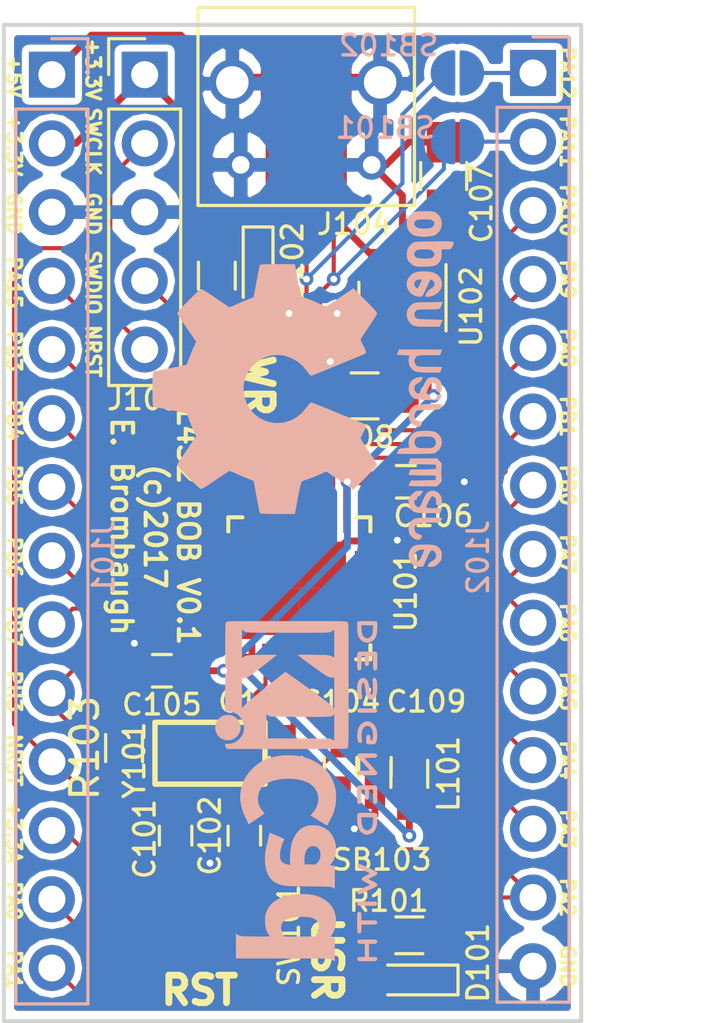
<source format=kicad_pcb>
(kicad_pcb (version 4) (host pcbnew 4.0.6)
  (layers (0 F.Cu signal) (31 B.Cu signal hide) (34 B.Paste user hide) (35 F.Paste user) (36 B.SilkS user) (37 F.SilkS user) (38 B.Mask user hide) (39 F.Mask user) (44 Edge.Cuts user))
  (net 0 "")
  (net 1 "Net-(C101-Pad1)")
  (net 2 GND)
  (net 3 "Net-(C102-Pad1)")
  (net 4 /NRST)
  (net 5 +3.3VA)
  (net 6 +3V3)
  (net 7 +5V)
  (net 8 /PA15)
  (net 9 /PB3)
  (net 10 /PB4)
  (net 11 /PB5)
  (net 12 /PB6)
  (net 13 /PB7)
  (net 14 /PH3)
  (net 15 /PA0)
  (net 16 /PA1)
  (net 17 /PA12)
  (net 18 /PA11)
  (net 19 /PA10)
  (net 20 /PA9)
  (net 21 /PA8)
  (net 22 /PB1)
  (net 23 /PB0)
  (net 24 /PA7)
  (net 25 /PA6)
  (net 26 /PA5)
  (net 27 /PA4)
  (net 28 /PA3)
  (net 29 /PA2)
  (net 30 /SWCLK)
  (net 31 /SWDIO)
  (net 32 "Net-(J104-Pad2)")
  (net 33 "Net-(J104-Pad3)")
  (net 34 "Net-(J104-Pad4)")
  (net 35 "Net-(U102-Pad4)")
  (net 36 "Net-(R101-Pad1)")
  (net 37 "Net-(D101-Pad2)")
  (net 38 "Net-(D102-Pad2)")
  (module Capacitors_SMD:C_0603_HandSoldering (layer F.Cu) (at 128.27 104.902 270)
    (fp_text reference C101 (at 0.127 1.143 270) (layer F.SilkS) (effects (font (size 0.762 0.762) (thickness 0.127))))
    (fp_text value 4pf)
    (pad 1 smd rect (at -0.95 0 270) (size 1.2 0.75) (layers F.Cu F.Paste F.Mask) (net 1 "Net-(C101-Pad1)"))
    (pad 2 smd rect (at 0.95 0 270) (size 1.2 0.75) (layers F.Cu F.Paste F.Mask) (net 2 GND))
  )
  (module Capacitors_SMD:C_0603_HandSoldering (layer F.Cu) (at 130.81 104.902 270)
    (fp_text reference C102 (at 0 1.27 270) (layer F.SilkS) (effects (font (size 0.762 0.762) (thickness 0.127))))
    (fp_text value 4pf)
    (pad 1 smd rect (at -0.95 0 270) (size 1.2 0.75) (layers F.Cu F.Paste F.Mask) (net 3 "Net-(C102-Pad1)"))
    (pad 2 smd rect (at 0.95 0 270) (size 1.2 0.75) (layers F.Cu F.Paste F.Mask) (net 2 GND))
  )
  (module Capacitors_SMD:C_0603_HandSoldering (layer F.Cu) (at 132.334 102.362 270)
    (fp_text reference C103 (at -2.413 1.016 360) (layer F.SilkS) (effects (font (size 0.762 0.762) (thickness 0.127))))
    (fp_text value 0.1uf)
    (pad 1 smd rect (at -0.95 0 270) (size 1.2 0.75) (layers F.Cu F.Paste F.Mask) (net 4 /NRST))
    (pad 2 smd rect (at 0.95 0 270) (size 1.2 0.75) (layers F.Cu F.Paste F.Mask) (net 2 GND))
  )
  (module Capacitors_SMD:C_0603_HandSoldering (layer F.Cu) (at 134.366 102.362 270)
    (fp_text reference C104 (at -2.413 0 360) (layer F.SilkS) (effects (font (size 0.762 0.762) (thickness 0.127))))
    (fp_text value 0.1uf)
    (pad 1 smd rect (at -0.95 0 270) (size 1.2 0.75) (layers F.Cu F.Paste F.Mask) (net 5 +3.3VA))
    (pad 2 smd rect (at 0.95 0 270) (size 1.2 0.75) (layers F.Cu F.Paste F.Mask) (net 2 GND))
  )
  (module Capacitors_SMD:C_0603_HandSoldering (layer F.Cu) (at 127.762 98.806 180)
    (fp_text reference C105 (at 0 -1.25 180) (layer F.SilkS) (effects (font (size 0.762 0.762) (thickness 0.127))))
    (fp_text value 0.1uf)
    (pad 1 smd rect (at -0.95 0 180) (size 1.2 0.75) (layers F.Cu F.Paste F.Mask) (net 6 +3V3))
    (pad 2 smd rect (at 0.95 0 180) (size 1.2 0.75) (layers F.Cu F.Paste F.Mask) (net 2 GND))
  )
  (module Capacitors_SMD:C_0603_HandSoldering (layer F.Cu) (at 136.779 91.821)
    (fp_text reference C106 (at 1.016 1.27) (layer F.SilkS) (effects (font (size 0.762 0.762) (thickness 0.127))))
    (fp_text value 0.1uf)
    (pad 1 smd rect (at -0.95 0) (size 1.2 0.75) (layers F.Cu F.Paste F.Mask) (net 6 +3V3))
    (pad 2 smd rect (at 0.95 0) (size 1.2 0.75) (layers F.Cu F.Paste F.Mask) (net 2 GND))
  )
  (module Capacitors_SMD:C_0805_HandSoldering (layer F.Cu) (at 138.176 80.518 90)
    (fp_text reference C107 (at -1.016 1.397 90) (layer F.SilkS) (effects (font (size 0.762 0.762) (thickness 0.127))))
    (fp_text value 10uf)
    (pad 1 smd rect (at -1.25 0 90) (size 1.5 1.25) (layers F.Cu F.Paste F.Mask) (net 7 +5V))
    (pad 2 smd rect (at 1.25 0 90) (size 1.5 1.25) (layers F.Cu F.Paste F.Mask) (net 2 GND))
  )
  (module Capacitors_SMD:C_0805_HandSoldering (layer F.Cu) (at 135.255 88.646 180)
    (fp_text reference C108 (at 0.381 -1.524 180) (layer F.SilkS) (effects (font (size 0.762 0.762) (thickness 0.127))))
    (fp_text value 10uf)
    (pad 1 smd rect (at -1.25 0 180) (size 1.5 1.25) (layers F.Cu F.Paste F.Mask) (net 6 +3V3))
    (pad 2 smd rect (at 1.25 0 180) (size 1.5 1.25) (layers F.Cu F.Paste F.Mask) (net 2 GND))
  )
  (module Capacitors_SMD:C_0603_HandSoldering (layer F.Cu) (at 135.636 102.362 270)
    (fp_text reference C109 (at -2.413 -1.905 360) (layer F.SilkS) (effects (font (size 0.762 0.762) (thickness 0.127))))
    (fp_text value 0.1uf)
    (pad 1 smd rect (at -0.95 0 270) (size 1.2 0.75) (layers F.Cu F.Paste F.Mask) (net 5 +3.3VA))
    (pad 2 smd rect (at 0.95 0 270) (size 1.2 0.75) (layers F.Cu F.Paste F.Mask) (net 2 GND))
  )
  (module Pin_Headers:Pin_Header_Straight_1x14_Pitch2.54mm (layer B.Cu) (at 123.698 76.7715 180)
    (fp_text reference J101 (at -1.905 -17.8435 450) (layer B.SilkS) (effects (font (size 0.762 0.762) (thickness 0.127)) (justify mirror)))
    (fp_text value CONN_01X14)
    (pad 1 thru_hole rect (at 0 0 180) (size 1.7 1.7) (drill 1) (layers *.Cu *.Mask) (net 7 +5V))
    (pad 2 thru_hole oval (at 0 -2.54 180) (size 1.7 1.7) (drill 1) (layers *.Cu *.Mask) (net 6 +3V3))
    (pad 3 thru_hole oval (at 0 -5.08 180) (size 1.7 1.7) (drill 1) (layers *.Cu *.Mask) (net 2 GND))
    (pad 4 thru_hole oval (at 0 -7.62 180) (size 1.7 1.7) (drill 1) (layers *.Cu *.Mask) (net 8 /PA15))
    (pad 5 thru_hole oval (at 0 -10.16 180) (size 1.7 1.7) (drill 1) (layers *.Cu *.Mask) (net 9 /PB3))
    (pad 6 thru_hole oval (at 0 -12.7 180) (size 1.7 1.7) (drill 1) (layers *.Cu *.Mask) (net 10 /PB4))
    (pad 7 thru_hole oval (at 0 -15.24 180) (size 1.7 1.7) (drill 1) (layers *.Cu *.Mask) (net 11 /PB5))
    (pad 8 thru_hole oval (at 0 -17.78 180) (size 1.7 1.7) (drill 1) (layers *.Cu *.Mask) (net 12 /PB6))
    (pad 9 thru_hole oval (at 0 -20.32 180) (size 1.7 1.7) (drill 1) (layers *.Cu *.Mask) (net 13 /PB7))
    (pad 10 thru_hole oval (at 0 -22.86 180) (size 1.7 1.7) (drill 1) (layers *.Cu *.Mask) (net 14 /PH3))
    (pad 11 thru_hole oval (at 0 -25.4 180) (size 1.7 1.7) (drill 1) (layers *.Cu *.Mask) (net 4 /NRST))
    (pad 12 thru_hole oval (at 0 -27.94 180) (size 1.7 1.7) (drill 1) (layers *.Cu *.Mask) (net 5 +3.3VA))
    (pad 13 thru_hole oval (at 0 -30.48 180) (size 1.7 1.7) (drill 1) (layers *.Cu *.Mask) (net 15 /PA0))
    (pad 14 thru_hole oval (at 0 -33.02 180) (size 1.7 1.7) (drill 1) (layers *.Cu *.Mask) (net 16 /PA1))
  )
  (module Pin_Headers:Pin_Header_Straight_1x14_Pitch2.54mm (layer B.Cu) (at 141.478 76.708 180)
    (fp_text reference J102 (at 2.032 -17.907 450) (layer B.SilkS) (effects (font (size 0.762 0.762) (thickness 0.127)) (justify mirror)))
    (fp_text value CONN_01X14)
    (pad 1 thru_hole rect (at 0 0 180) (size 1.7 1.7) (drill 1) (layers *.Cu *.Mask) (net 17 /PA12))
    (pad 2 thru_hole oval (at 0 -2.54 180) (size 1.7 1.7) (drill 1) (layers *.Cu *.Mask) (net 18 /PA11))
    (pad 3 thru_hole oval (at 0 -5.08 180) (size 1.7 1.7) (drill 1) (layers *.Cu *.Mask) (net 19 /PA10))
    (pad 4 thru_hole oval (at 0 -7.62 180) (size 1.7 1.7) (drill 1) (layers *.Cu *.Mask) (net 20 /PA9))
    (pad 5 thru_hole oval (at 0 -10.16 180) (size 1.7 1.7) (drill 1) (layers *.Cu *.Mask) (net 21 /PA8))
    (pad 6 thru_hole oval (at 0 -12.7 180) (size 1.7 1.7) (drill 1) (layers *.Cu *.Mask) (net 22 /PB1))
    (pad 7 thru_hole oval (at 0 -15.24 180) (size 1.7 1.7) (drill 1) (layers *.Cu *.Mask) (net 23 /PB0))
    (pad 8 thru_hole oval (at 0 -17.78 180) (size 1.7 1.7) (drill 1) (layers *.Cu *.Mask) (net 24 /PA7))
    (pad 9 thru_hole oval (at 0 -20.32 180) (size 1.7 1.7) (drill 1) (layers *.Cu *.Mask) (net 25 /PA6))
    (pad 10 thru_hole oval (at 0 -22.86 180) (size 1.7 1.7) (drill 1) (layers *.Cu *.Mask) (net 26 /PA5))
    (pad 11 thru_hole oval (at 0 -25.4 180) (size 1.7 1.7) (drill 1) (layers *.Cu *.Mask) (net 27 /PA4))
    (pad 12 thru_hole oval (at 0 -27.94 180) (size 1.7 1.7) (drill 1) (layers *.Cu *.Mask) (net 28 /PA3))
    (pad 13 thru_hole oval (at 0 -30.48 180) (size 1.7 1.7) (drill 1) (layers *.Cu *.Mask) (net 29 /PA2))
    (pad 14 thru_hole oval (at 0 -33.02 180) (size 1.7 1.7) (drill 1) (layers *.Cu *.Mask) (net 2 GND))
  )
  (module Pin_Headers:Pin_Header_Straight_1x05_Pitch2.54mm (layer F.Cu) (at 127.127 76.7715)
    (fp_text reference J103 (at 0 12.0015 180) (layer F.SilkS) (effects (font (size 0.762 0.762) (thickness 0.127))))
    (fp_text value CONN_01X05)
    (pad 1 thru_hole rect (at 0 0) (size 1.7 1.7) (drill 1) (layers *.Cu *.Mask) (net 6 +3V3))
    (pad 2 thru_hole oval (at 0 2.54) (size 1.7 1.7) (drill 1) (layers *.Cu *.Mask) (net 30 /SWCLK))
    (pad 3 thru_hole oval (at 0 5.08) (size 1.7 1.7) (drill 1) (layers *.Cu *.Mask) (net 2 GND))
    (pad 4 thru_hole oval (at 0 7.62) (size 1.7 1.7) (drill 1) (layers *.Cu *.Mask) (net 31 /SWDIO))
    (pad 5 thru_hole oval (at 0 10.16) (size 1.7 1.7) (drill 1) (layers *.Cu *.Mask) (net 4 /NRST))
  )
  (module Resistors_SMD:R_0603_HandSoldering (layer F.Cu) (at 136.906 102.616 270)
    (fp_text reference L101 (at 0 -1.45 270) (layer F.SilkS) (effects (font (size 0.762 0.762) (thickness 0.127))))
    (fp_text value 1K)
    (pad 1 smd rect (at -1.1 0 270) (size 1.2 0.9) (layers F.Cu F.Paste F.Mask) (net 5 +3.3VA))
    (pad 2 smd rect (at 1.1 0 270) (size 1.2 0.9) (layers F.Cu F.Paste F.Mask) (net 6 +3V3))
  )
  (module footprints:JUMPER-SOLDER-SMD (layer B.Cu) (at 138.684 79.248 90)
    (fp_text reference SB101 (at 0.508 -2.667 180) (layer B.SilkS) (effects (font (size 0.762 0.762) (thickness 0.127)) (justify mirror)))
    (fp_text value NO)
    (fp_line (start -0.6604 0.254) (end 0.6604 0.254) (layer B.Cu) (width 0.15))
    (fp_line (start 0.6604 0.254) (end 0.6604 0.3556) (layer B.Cu) (width 0.15))
    (fp_line (start 0.6604 0.3556) (end -0.6604 0.3556) (layer B.Cu) (width 0.15))
    (fp_line (start -0.6604 0.3556) (end -0.6604 0.4572) (layer B.Cu) (width 0.15))
    (fp_line (start -0.6604 0.4572) (end 0.6096 0.4572) (layer B.Cu) (width 0.15))
    (fp_line (start 0.6096 0.4572) (end 0.6096 0.5588) (layer B.Cu) (width 0.15))
    (fp_line (start 0.6096 0.5588) (end -0.5588 0.5588) (layer B.Cu) (width 0.15))
    (fp_line (start -0.5588 0.5588) (end -0.508 0.6604) (layer B.Cu) (width 0.15))
    (fp_line (start -0.508 0.6604) (end 0.4572 0.6604) (layer B.Cu) (width 0.15))
    (fp_line (start 0.4572 0.6604) (end 0.3556 0.762) (layer B.Cu) (width 0.15))
    (fp_line (start 0.3556 0.762) (end -0.3556 0.762) (layer B.Cu) (width 0.15))
    (fp_line (start -0.3556 0.762) (end -0.3048 0.8128) (layer B.Cu) (width 0.15))
    (fp_line (start -0.3048 0.8128) (end 0.254 0.8128) (layer B.Cu) (width 0.15))
    (fp_line (start 0.6096 -0.4572) (end 0.6096 -0.5588) (layer B.Cu) (width 0.15))
    (fp_line (start 0.6096 -0.5588) (end -0.508 -0.5588) (layer B.Cu) (width 0.15))
    (fp_line (start -0.508 -0.5588) (end -0.508 -0.6604) (layer B.Cu) (width 0.15))
    (fp_line (start -0.508 -0.6604) (end 0.4572 -0.6604) (layer B.Cu) (width 0.15))
    (fp_line (start 0.4572 -0.6604) (end 0.4572 -0.7112) (layer B.Cu) (width 0.15))
    (fp_line (start 0.4572 -0.7112) (end -0.4064 -0.7112) (layer B.Cu) (width 0.15))
    (fp_line (start -0.4064 -0.7112) (end -0.4064 -0.762) (layer B.Cu) (width 0.15))
    (fp_line (start -0.4064 -0.762) (end 0.3048 -0.762) (layer B.Cu) (width 0.15))
    (fp_line (start 0.3048 -0.762) (end 0.3048 -0.8128) (layer B.Cu) (width 0.15))
    (fp_line (start 0.3048 -0.8128) (end -0.254 -0.8128) (layer B.Cu) (width 0.15))
    (fp_line (start -0.7112 -0.254) (end 0.6604 -0.254) (layer B.Cu) (width 0.15))
    (fp_line (start 0.6604 -0.254) (end 0.6604 -0.3556) (layer B.Cu) (width 0.15))
    (fp_line (start 0.6604 -0.3556) (end -0.6604 -0.3556) (layer B.Cu) (width 0.15))
    (fp_line (start -0.6604 -0.3556) (end -0.6604 -0.4572) (layer B.Cu) (width 0.15))
    (fp_line (start -0.6604 -0.4572) (end 0.6096 -0.4572) (layer B.Cu) (width 0.15))
    (fp_line (start 0.6096 -0.4572) (end 0.6096 -0.508) (layer B.Cu) (width 0.15))
    (fp_line (start -0.762 -0.1524) (end 0.762 -0.1524) (layer B.Cu) (width 0.15))
    (fp_line (start -0.762 0.1524) (end 0.762 0.1524) (layer B.Cu) (width 0.15))
    (fp_arc (start 0 0.1524) (end 0 0.9144) (angle -90) (layer B.Cu) (width 0.15))
    (fp_arc (start 0 0.1524) (end -0.762 0.1524) (angle -90) (layer B.Cu) (width 0.15))
    (fp_arc (start 0 -0.1524) (end 0 -0.9144) (angle -90) (layer B.Cu) (width 0.15))
    (fp_arc (start 0 -0.1524) (end 0.762 -0.1524) (angle -90) (layer B.Cu) (width 0.15))
    (pad 2 smd trapezoid (at 0 0.5) (size 0.6 1) (rect_delta 0.1 0) (layers B.Cu B.Mask) (net 18 /PA11))
    (pad 1 smd trapezoid (at 0 -0.5 180) (size 0.6 1) (rect_delta 0.1 0) (layers B.Cu B.Mask) (net 32 "Net-(J104-Pad2)"))
  )
  (module footprints:JUMPER-SOLDER-SMD (layer B.Cu) (at 138.684 76.708 90)
    (fp_text reference SB102 (at 1.016 -2.54 180) (layer B.SilkS) (effects (font (size 0.762 0.762) (thickness 0.127)) (justify mirror)))
    (fp_text value NO)
    (fp_line (start -0.6604 0.254) (end 0.6604 0.254) (layer B.Cu) (width 0.15))
    (fp_line (start 0.6604 0.254) (end 0.6604 0.3556) (layer B.Cu) (width 0.15))
    (fp_line (start 0.6604 0.3556) (end -0.6604 0.3556) (layer B.Cu) (width 0.15))
    (fp_line (start -0.6604 0.3556) (end -0.6604 0.4572) (layer B.Cu) (width 0.15))
    (fp_line (start -0.6604 0.4572) (end 0.6096 0.4572) (layer B.Cu) (width 0.15))
    (fp_line (start 0.6096 0.4572) (end 0.6096 0.5588) (layer B.Cu) (width 0.15))
    (fp_line (start 0.6096 0.5588) (end -0.5588 0.5588) (layer B.Cu) (width 0.15))
    (fp_line (start -0.5588 0.5588) (end -0.508 0.6604) (layer B.Cu) (width 0.15))
    (fp_line (start -0.508 0.6604) (end 0.4572 0.6604) (layer B.Cu) (width 0.15))
    (fp_line (start 0.4572 0.6604) (end 0.3556 0.762) (layer B.Cu) (width 0.15))
    (fp_line (start 0.3556 0.762) (end -0.3556 0.762) (layer B.Cu) (width 0.15))
    (fp_line (start -0.3556 0.762) (end -0.3048 0.8128) (layer B.Cu) (width 0.15))
    (fp_line (start -0.3048 0.8128) (end 0.254 0.8128) (layer B.Cu) (width 0.15))
    (fp_line (start 0.6096 -0.4572) (end 0.6096 -0.5588) (layer B.Cu) (width 0.15))
    (fp_line (start 0.6096 -0.5588) (end -0.508 -0.5588) (layer B.Cu) (width 0.15))
    (fp_line (start -0.508 -0.5588) (end -0.508 -0.6604) (layer B.Cu) (width 0.15))
    (fp_line (start -0.508 -0.6604) (end 0.4572 -0.6604) (layer B.Cu) (width 0.15))
    (fp_line (start 0.4572 -0.6604) (end 0.4572 -0.7112) (layer B.Cu) (width 0.15))
    (fp_line (start 0.4572 -0.7112) (end -0.4064 -0.7112) (layer B.Cu) (width 0.15))
    (fp_line (start -0.4064 -0.7112) (end -0.4064 -0.762) (layer B.Cu) (width 0.15))
    (fp_line (start -0.4064 -0.762) (end 0.3048 -0.762) (layer B.Cu) (width 0.15))
    (fp_line (start 0.3048 -0.762) (end 0.3048 -0.8128) (layer B.Cu) (width 0.15))
    (fp_line (start 0.3048 -0.8128) (end -0.254 -0.8128) (layer B.Cu) (width 0.15))
    (fp_line (start -0.7112 -0.254) (end 0.6604 -0.254) (layer B.Cu) (width 0.15))
    (fp_line (start 0.6604 -0.254) (end 0.6604 -0.3556) (layer B.Cu) (width 0.15))
    (fp_line (start 0.6604 -0.3556) (end -0.6604 -0.3556) (layer B.Cu) (width 0.15))
    (fp_line (start -0.6604 -0.3556) (end -0.6604 -0.4572) (layer B.Cu) (width 0.15))
    (fp_line (start -0.6604 -0.4572) (end 0.6096 -0.4572) (layer B.Cu) (width 0.15))
    (fp_line (start 0.6096 -0.4572) (end 0.6096 -0.508) (layer B.Cu) (width 0.15))
    (fp_line (start -0.762 -0.1524) (end 0.762 -0.1524) (layer B.Cu) (width 0.15))
    (fp_line (start -0.762 0.1524) (end 0.762 0.1524) (layer B.Cu) (width 0.15))
    (fp_arc (start 0 0.1524) (end 0 0.9144) (angle -90) (layer B.Cu) (width 0.15))
    (fp_arc (start 0 0.1524) (end -0.762 0.1524) (angle -90) (layer B.Cu) (width 0.15))
    (fp_arc (start 0 -0.1524) (end 0 -0.9144) (angle -90) (layer B.Cu) (width 0.15))
    (fp_arc (start 0 -0.1524) (end 0.762 -0.1524) (angle -90) (layer B.Cu) (width 0.15))
    (pad 2 smd trapezoid (at 0 0.5) (size 0.6 1) (rect_delta 0.1 0) (layers B.Cu B.Mask) (net 17 /PA12))
    (pad 1 smd trapezoid (at 0 -0.5 180) (size 0.6 1) (rect_delta 0.1 0) (layers B.Cu B.Mask) (net 33 "Net-(J104-Pad3)"))
  )
  (module footprints:QFN-32-1EP_5x5mm_Pitch0.5mm_extended_pad (layer F.Cu) (at 132.842 95.758 90)
    (fp_text reference U101 (at -0.127 3.937 90) (layer F.SilkS) (effects (font (size 0.762 0.762) (thickness 0.127))))
    (fp_text value STM32L432KC)
    (pad 1 smd rect (at -2.55 -1.75 90) (size 1 0.25) (layers F.Cu F.Paste F.Mask) (net 6 +3V3))
    (pad 2 smd rect (at -2.55 -1.25 90) (size 1 0.25) (layers F.Cu F.Paste F.Mask) (net 1 "Net-(C101-Pad1)"))
    (pad 3 smd rect (at -2.55 -0.75 90) (size 1 0.25) (layers F.Cu F.Paste F.Mask) (net 3 "Net-(C102-Pad1)"))
    (pad 4 smd rect (at -2.55 -0.25 90) (size 1 0.25) (layers F.Cu F.Paste F.Mask) (net 4 /NRST))
    (pad 5 smd rect (at -2.55 0.25 90) (size 1 0.25) (layers F.Cu F.Paste F.Mask) (net 5 +3.3VA))
    (pad 6 smd rect (at -2.55 0.75 90) (size 1 0.25) (layers F.Cu F.Paste F.Mask) (net 15 /PA0))
    (pad 7 smd rect (at -2.55 1.25 90) (size 1 0.25) (layers F.Cu F.Paste F.Mask) (net 16 /PA1))
    (pad 8 smd rect (at -2.55 1.75 90) (size 1 0.25) (layers F.Cu F.Paste F.Mask) (net 29 /PA2))
    (pad 9 smd rect (at -1.75 2.55 180) (size 1 0.25) (layers F.Cu F.Paste F.Mask) (net 28 /PA3))
    (pad 10 smd rect (at -1.25 2.55 180) (size 1 0.25) (layers F.Cu F.Paste F.Mask) (net 27 /PA4))
    (pad 11 smd rect (at -0.75 2.55 180) (size 1 0.25) (layers F.Cu F.Paste F.Mask) (net 26 /PA5))
    (pad 12 smd rect (at -0.25 2.55 180) (size 1 0.25) (layers F.Cu F.Paste F.Mask) (net 25 /PA6))
    (pad 13 smd rect (at 0.25 2.55 180) (size 1 0.25) (layers F.Cu F.Paste F.Mask) (net 24 /PA7))
    (pad 14 smd rect (at 0.75 2.55 180) (size 1 0.25) (layers F.Cu F.Paste F.Mask) (net 23 /PB0))
    (pad 15 smd rect (at 1.25 2.55 180) (size 1 0.25) (layers F.Cu F.Paste F.Mask) (net 22 /PB1))
    (pad 16 smd rect (at 1.75 2.55 180) (size 1 0.25) (layers F.Cu F.Paste F.Mask) (net 2 GND))
    (pad 17 smd rect (at 2.55 1.75 90) (size 1 0.25) (layers F.Cu F.Paste F.Mask) (net 6 +3V3))
    (pad 18 smd rect (at 2.55 1.25 90) (size 1 0.25) (layers F.Cu F.Paste F.Mask) (net 21 /PA8))
    (pad 19 smd rect (at 2.55 0.75 90) (size 1 0.25) (layers F.Cu F.Paste F.Mask) (net 20 /PA9))
    (pad 20 smd rect (at 2.55 0.25 90) (size 1 0.25) (layers F.Cu F.Paste F.Mask) (net 19 /PA10))
    (pad 21 smd rect (at 2.55 -0.25 90) (size 1 0.25) (layers F.Cu F.Paste F.Mask) (net 32 "Net-(J104-Pad2)"))
    (pad 22 smd rect (at 2.55 -0.75 90) (size 1 0.25) (layers F.Cu F.Paste F.Mask) (net 33 "Net-(J104-Pad3)"))
    (pad 23 smd rect (at 2.55 -1.25 90) (size 1 0.25) (layers F.Cu F.Paste F.Mask) (net 31 /SWDIO))
    (pad 24 smd rect (at 2.55 -1.75 90) (size 1 0.25) (layers F.Cu F.Paste F.Mask) (net 30 /SWCLK))
    (pad 25 smd rect (at 1.75 -2.55 180) (size 1 0.25) (layers F.Cu F.Paste F.Mask) (net 8 /PA15))
    (pad 26 smd rect (at 1.25 -2.55 180) (size 1 0.25) (layers F.Cu F.Paste F.Mask) (net 9 /PB3))
    (pad 27 smd rect (at 0.75 -2.55 180) (size 1 0.25) (layers F.Cu F.Paste F.Mask) (net 10 /PB4))
    (pad 28 smd rect (at 0.25 -2.55 180) (size 1 0.25) (layers F.Cu F.Paste F.Mask) (net 11 /PB5))
    (pad 29 smd rect (at -0.25 -2.55 180) (size 1 0.25) (layers F.Cu F.Paste F.Mask) (net 12 /PB6))
    (pad 30 smd rect (at -0.75 -2.55 180) (size 1 0.25) (layers F.Cu F.Paste F.Mask) (net 13 /PB7))
    (pad 31 smd rect (at -1.25 -2.55 180) (size 1 0.25) (layers F.Cu F.Paste F.Mask) (net 14 /PH3))
    (pad 32 smd rect (at -1.75 -2.55 180) (size 1 0.25) (layers F.Cu F.Paste F.Mask) (net 2 GND))
    (pad 33 smd rect (at 0.8625 0.8625 90) (size 1.725 1.725) (layers F.Cu F.Paste F.Mask) (net 2 GND))
    (pad 33 smd rect (at 0.8625 -0.8625 90) (size 1.725 1.725) (layers F.Cu F.Paste F.Mask) (net 2 GND))
    (pad 33 smd rect (at -0.8625 0.8625 90) (size 1.725 1.725) (layers F.Cu F.Paste F.Mask) (net 2 GND))
    (pad 33 smd rect (at -0.8625 -0.8625 90) (size 1.725 1.725) (layers F.Cu F.Paste F.Mask) (net 2 GND))
  )
  (module TO_SOT_Packages_SMD:SOT-23-5_HandSoldering (layer F.Cu) (at 136.652 85.344 270)
    (fp_text reference U102 (at 0 -2.54 270) (layer F.SilkS) (effects (font (size 0.762 0.762) (thickness 0.127))))
    (fp_text value MCP1802)
    (pad 1 smd rect (at -1.35 -0.95 270) (size 1.56 0.65) (layers F.Cu F.Paste F.Mask) (net 7 +5V))
    (pad 2 smd rect (at -1.35 0 270) (size 1.56 0.65) (layers F.Cu F.Paste F.Mask) (net 2 GND))
    (pad 3 smd rect (at -1.35 0.95 270) (size 1.56 0.65) (layers F.Cu F.Paste F.Mask) (net 7 +5V))
    (pad 4 smd rect (at 1.35 0.95 270) (size 1.56 0.65) (layers F.Cu F.Paste F.Mask) (net 35 "Net-(U102-Pad4)"))
    (pad 5 smd rect (at 1.35 -0.95 270) (size 1.56 0.65) (layers F.Cu F.Paste F.Mask) (net 6 +3V3))
  )
  (module footprints:NX3215SA_XTAL (layer F.Cu) (at 129.54 101.854)
    (fp_text reference Y101 (at -2.794 0.254 90) (layer F.SilkS) (effects (font (size 0.762 0.762) (thickness 0.127))))
    (fp_text value 32768kHz)
    (pad 2 smd rect (at 1.25 0) (size 1 1.8) (layers F.Cu F.Paste F.Mask) (net 3 "Net-(C102-Pad1)"))
    (pad 1 smd rect (at -1.25 0) (size 1 1.8) (layers F.Cu F.Paste F.Mask) (net 1 "Net-(C101-Pad1)"))
  )
  (module footprints:JUMPER-SOLDER-SMD (layer F.Cu) (at 138.557 106.68 90)
    (fp_text reference SB103 (at 0.889 -2.667 180) (layer F.SilkS) (effects (font (size 0.762 0.762) (thickness 0.127))))
    (fp_text value NO)
    (fp_line (start -0.6604 -0.254) (end 0.6604 -0.254) (layer F.Cu) (width 0.15))
    (fp_line (start 0.6604 -0.254) (end 0.6604 -0.3556) (layer F.Cu) (width 0.15))
    (fp_line (start 0.6604 -0.3556) (end -0.6604 -0.3556) (layer F.Cu) (width 0.15))
    (fp_line (start -0.6604 -0.3556) (end -0.6604 -0.4572) (layer F.Cu) (width 0.15))
    (fp_line (start -0.6604 -0.4572) (end 0.6096 -0.4572) (layer F.Cu) (width 0.15))
    (fp_line (start 0.6096 -0.4572) (end 0.6096 -0.5588) (layer F.Cu) (width 0.15))
    (fp_line (start 0.6096 -0.5588) (end -0.5588 -0.5588) (layer F.Cu) (width 0.15))
    (fp_line (start -0.5588 -0.5588) (end -0.508 -0.6604) (layer F.Cu) (width 0.15))
    (fp_line (start -0.508 -0.6604) (end 0.4572 -0.6604) (layer F.Cu) (width 0.15))
    (fp_line (start 0.4572 -0.6604) (end 0.3556 -0.762) (layer F.Cu) (width 0.15))
    (fp_line (start 0.3556 -0.762) (end -0.3556 -0.762) (layer F.Cu) (width 0.15))
    (fp_line (start -0.3556 -0.762) (end -0.3048 -0.8128) (layer F.Cu) (width 0.15))
    (fp_line (start -0.3048 -0.8128) (end 0.254 -0.8128) (layer F.Cu) (width 0.15))
    (fp_line (start 0.6096 0.4572) (end 0.6096 0.5588) (layer F.Cu) (width 0.15))
    (fp_line (start 0.6096 0.5588) (end -0.508 0.5588) (layer F.Cu) (width 0.15))
    (fp_line (start -0.508 0.5588) (end -0.508 0.6604) (layer F.Cu) (width 0.15))
    (fp_line (start -0.508 0.6604) (end 0.4572 0.6604) (layer F.Cu) (width 0.15))
    (fp_line (start 0.4572 0.6604) (end 0.4572 0.7112) (layer F.Cu) (width 0.15))
    (fp_line (start 0.4572 0.7112) (end -0.4064 0.7112) (layer F.Cu) (width 0.15))
    (fp_line (start -0.4064 0.7112) (end -0.4064 0.762) (layer F.Cu) (width 0.15))
    (fp_line (start -0.4064 0.762) (end 0.3048 0.762) (layer F.Cu) (width 0.15))
    (fp_line (start 0.3048 0.762) (end 0.3048 0.8128) (layer F.Cu) (width 0.15))
    (fp_line (start 0.3048 0.8128) (end -0.254 0.8128) (layer F.Cu) (width 0.15))
    (fp_line (start -0.7112 0.254) (end 0.6604 0.254) (layer F.Cu) (width 0.15))
    (fp_line (start 0.6604 0.254) (end 0.6604 0.3556) (layer F.Cu) (width 0.15))
    (fp_line (start 0.6604 0.3556) (end -0.6604 0.3556) (layer F.Cu) (width 0.15))
    (fp_line (start -0.6604 0.3556) (end -0.6604 0.4572) (layer F.Cu) (width 0.15))
    (fp_line (start -0.6604 0.4572) (end 0.6096 0.4572) (layer F.Cu) (width 0.15))
    (fp_line (start 0.6096 0.4572) (end 0.6096 0.508) (layer F.Cu) (width 0.15))
    (fp_line (start -0.762 0.1524) (end 0.762 0.1524) (layer F.Cu) (width 0.15))
    (fp_line (start -0.762 -0.1524) (end 0.762 -0.1524) (layer F.Cu) (width 0.15))
    (fp_arc (start 0 -0.1524) (end 0 -0.9144) (angle 90) (layer F.Cu) (width 0.15))
    (fp_arc (start 0 -0.1524) (end -0.762 -0.1524) (angle 90) (layer F.Cu) (width 0.15))
    (fp_arc (start 0 0.1524) (end 0 0.9144) (angle 90) (layer F.Cu) (width 0.15))
    (fp_arc (start 0 0.1524) (end 0.762 0.1524) (angle 90) (layer F.Cu) (width 0.15))
    (pad 2 smd trapezoid (at 0 -0.5 180) (size 0.6 1) (rect_delta 0.1 0) (layers F.Cu F.Mask) (net 36 "Net-(R101-Pad1)"))
    (pad 1 smd trapezoid (at 0 0.5) (size 0.6 1) (rect_delta 0.1 0) (layers F.Cu F.Mask) (net 29 /PA2))
  )
  (module LEDs:LED_0603_HandSoldering (layer F.Cu) (at 136.906 110.236 180)
    (fp_text reference D101 (at -2.54 0.635 270) (layer F.SilkS) (effects (font (size 0.762 0.762) (thickness 0.127))))
    (fp_text value LED_ALT)
    (pad 1 smd rect (at -1.1 0 180) (size 1.2 0.9) (layers F.Cu F.Paste F.Mask) (net 2 GND))
    (pad 2 smd rect (at 1.1 0 180) (size 1.2 0.9) (layers F.Cu F.Paste F.Mask) (net 37 "Net-(D101-Pad2)"))
  )
  (module Resistors_SMD:R_0603_HandSoldering (layer F.Cu) (at 136.906 108.585 180)
    (fp_text reference R101 (at 0.762 1.27 180) (layer F.SilkS) (effects (font (size 0.762 0.762) (thickness 0.127))))
    (fp_text value R)
    (pad 1 smd rect (at -1.1 0 180) (size 1.2 0.9) (layers F.Cu F.Paste F.Mask) (net 36 "Net-(R101-Pad1)"))
    (pad 2 smd rect (at 1.1 0 180) (size 1.2 0.9) (layers F.Cu F.Paste F.Mask) (net 37 "Net-(D101-Pad2)"))
  )
  (module footprints:PUSHBUTTON_SMD_KMR2 (layer F.Cu) (at 129.286 108.331 180)
    (fp_text reference SW101 (at -3.175 -0.254 450) (layer F.SilkS) (effects (font (size 0.762 0.762) (thickness 0.127))))
    (fp_text value switch_no)
    (pad 4 smd rect (at 2.05 -0.8 180) (size 0.9 1) (layers F.Cu F.Paste F.Mask) (net 4 /NRST))
    (pad 3 smd rect (at 2.05 0.8 180) (size 0.9 1) (layers F.Cu F.Paste F.Mask) (net 2 GND))
    (pad 2 smd rect (at -2.05 0.8 180) (size 0.9 1) (layers F.Cu F.Paste F.Mask) (net 2 GND))
    (pad 1 smd rect (at -2.05 -0.8 180) (size 0.9 1) (layers F.Cu F.Paste F.Mask) (net 4 /NRST))
  )
  (module LEDs:LED_0603_HandSoldering (layer F.Cu) (at 131.318 84.201 270)
    (fp_text reference D102 (at -0.508 -1.27 270) (layer F.SilkS) (effects (font (size 0.762 0.762) (thickness 0.127))))
    (fp_text value LED_ALT)
    (pad 1 smd rect (at -1.1 0 270) (size 1.2 0.9) (layers F.Cu F.Paste F.Mask) (net 2 GND))
    (pad 2 smd rect (at 1.1 0 270) (size 1.2 0.9) (layers F.Cu F.Paste F.Mask) (net 38 "Net-(D102-Pad2)"))
  )
  (module Resistors_SMD:R_0603_HandSoldering (layer F.Cu) (at 129.794 84.201 270)
    (fp_text reference R102 (at 3.429 0 270) (layer F.SilkS) (effects (font (size 0.762 0.762) (thickness 0.127))))
    (fp_text value R)
    (pad 1 smd rect (at -1.1 0 270) (size 1.2 0.9) (layers F.Cu F.Paste F.Mask) (net 7 +5V))
    (pad 2 smd rect (at 1.1 0 270) (size 1.2 0.9) (layers F.Cu F.Paste F.Mask) (net 38 "Net-(D102-Pad2)"))
  )
  (module Symbols:OSHW-Logo2_14.6x12mm_SilkScreen (layer B.Cu) (at 132.969 88.392 270)
    (fp_text reference REF*** hide)
    (fp_text value OSHW-Logo2_14.6x12mm_SilkScreen hide)
  )
  (module Symbols:KiCad-Logo2_6mm_SilkScreen (layer B.Cu) (at 132.715 103.251 270)
    (fp_text reference REF*** hide)
    (fp_text value KiCad-Logo2_6mm_SilkScreen hide)
  )
  (module footprints:USB_Micro-B_10103594-0001LF_NoSlot (layer F.Cu) (at 133.096 78.486 180)
    (fp_text reference J104 (at -1.778 -3.81 180) (layer F.SilkS) (effects (font (size 0.762 0.762) (thickness 0.127))))
    (fp_text value USB_OTG)
    (pad 1 smd rect (at -1.3 -1.5 270) (size 1.65 0.4) (layers F.Cu F.Paste F.Mask) (net 7 +5V))
    (pad 2 smd rect (at -0.65 -1.5 270) (size 1.65 0.4) (layers F.Cu F.Paste F.Mask) (net 32 "Net-(J104-Pad2)"))
    (pad 3 smd rect (at 0 -1.5 270) (size 1.65 0.4) (layers F.Cu F.Paste F.Mask) (net 33 "Net-(J104-Pad3)"))
    (pad 4 smd rect (at 0.65 -1.5 270) (size 1.65 0.4) (layers F.Cu F.Paste F.Mask) (net 34 "Net-(J104-Pad4)"))
    (pad 5 smd rect (at 1.3 -1.5 270) (size 1.65 0.4) (layers F.Cu F.Paste F.Mask) (net 2 GND))
    (pad 6 thru_hole circle (at -2.42 -1.62 270) (size 1.1 1.1) (drill 0.65) (layers *.Cu *.Mask) (net 2 GND))
    (pad 6 thru_hole circle (at 2.42 -1.62 270) (size 1.1 1.1) (drill oval 0.65) (layers *.Cu *.Mask) (net 2 GND))
    (pad 6 thru_hole circle (at -2.73 1.43 270) (size 1.7 1.7) (drill oval 1.2) (layers *.Cu *.Mask) (net 2 GND))
    (pad 6 thru_hole circle (at 2.73 1.43 270) (size 1.7 1.7) (drill oval 1.2) (layers *.Cu *.Mask) (net 2 GND))
    (pad 6 smd rect (at -0.96 1.62 270) (size 2.5 1.43) (layers F.Cu F.Paste F.Mask) (net 2 GND))
    (pad 6 smd rect (at 0.96 1.62 270) (size 2.5 1.43) (layers F.Cu F.Paste F.Mask) (net 2 GND))
  )
  (module Resistors_SMD:R_0603_HandSoldering (layer F.Cu) (at 126.365 101.6635 90)
    (fp_text reference R103 (at 0 -1.45 90) (layer F.SilkS))
    (fp_text value 10k)
    (pad 1 smd rect (at -1.1 0 90) (size 1.2 0.9) (layers F.Cu F.Paste F.Mask) (net 14 /PH3))
    (pad 2 smd rect (at 1.1 0 90) (size 1.2 0.9) (layers F.Cu F.Paste F.Mask) (net 2 GND))
  )
  (gr_text NRST (at 125.222 86.995 270) (layer F.SilkS) (effects (font (size 0.508 0.508) (thickness 0.127))))
  (gr_text SWDIO (at 125.222 84.455 270) (layer F.SilkS) (effects (font (size 0.508 0.508) (thickness 0.127))))
  (gr_text GND (at 125.222 81.915 270) (layer F.SilkS) (effects (font (size 0.508 0.508) (thickness 0.127))))
  (gr_text SWCLK (at 125.222 79.248 270) (layer F.SilkS) (effects (font (size 0.508 0.508) (thickness 0.127))))
  (gr_text +3.3V (at 125.222 76.581 270) (layer F.SilkS) (effects (font (size 0.508 0.508) (thickness 0.127))))
  (gr_text +5V (at 122.301 76.835 270) (layer F.SilkS) (effects (font (size 0.508 0.508) (thickness 0.127))))
  (gr_text +3.3V (at 122.301 79.375 270) (layer F.SilkS) (effects (font (size 0.508 0.508) (thickness 0.127))))
  (gr_text GND (at 122.301 81.915 270) (layer F.SilkS) (effects (font (size 0.508 0.508) (thickness 0.127))))
  (gr_text PA15 (at 122.301 84.455 270) (layer F.SilkS) (effects (font (size 0.508 0.508) (thickness 0.127))))
  (gr_text PB3 (at 122.301 86.995 270) (layer F.SilkS) (effects (font (size 0.508 0.508) (thickness 0.127))))
  (gr_text PB4 (at 122.301 89.535 270) (layer F.SilkS) (effects (font (size 0.508 0.508) (thickness 0.127))))
  (gr_text PB5 (at 122.301 91.948 270) (layer F.SilkS) (effects (font (size 0.508 0.508) (thickness 0.127))))
  (gr_text PB6 (at 122.301 94.615 270) (layer F.SilkS) (effects (font (size 0.508 0.508) (thickness 0.127))))
  (gr_text PB7 (at 122.301 97.155 270) (layer F.SilkS) (effects (font (size 0.508 0.508) (thickness 0.127))))
  (gr_text PH3 (at 122.301 99.568 270) (layer F.SilkS) (effects (font (size 0.508 0.508) (thickness 0.127))))
  (gr_text NRST (at 122.301 102.108 270) (layer F.SilkS) (effects (font (size 0.508 0.508) (thickness 0.127))))
  (gr_text +3.3A (at 122.301 104.775 270) (layer F.SilkS) (effects (font (size 0.508 0.508) (thickness 0.127))))
  (gr_text PA0 (at 122.301 107.315 270) (layer F.SilkS) (effects (font (size 0.508 0.508) (thickness 0.127))))
  (gr_text PA1 (at 122.301 109.855 270) (layer F.SilkS) (effects (font (size 0.508 0.508) (thickness 0.127))))
  (gr_text GND (at 142.748 109.728 270) (layer F.SilkS) (effects (font (size 0.508 0.508) (thickness 0.127))))
  (gr_text PA2 (at 142.748 107.188 270) (layer F.SilkS) (effects (font (size 0.508 0.508) (thickness 0.127))))
  (gr_text PA3 (at 142.748 104.648 270) (layer F.SilkS) (effects (font (size 0.508 0.508) (thickness 0.127))))
  (gr_text PA4 (at 142.748 102.108 270) (layer F.SilkS) (effects (font (size 0.508 0.508) (thickness 0.127))))
  (gr_text PA5 (at 142.748 99.568 270) (layer F.SilkS) (effects (font (size 0.508 0.508) (thickness 0.127))))
  (gr_text PA6 (at 142.748 97.028 270) (layer F.SilkS) (effects (font (size 0.508 0.508) (thickness 0.127))))
  (gr_text PA7 (at 142.748 94.488 270) (layer F.SilkS) (effects (font (size 0.508 0.508) (thickness 0.127))))
  (gr_text PB0 (at 142.748 91.948 270) (layer F.SilkS) (effects (font (size 0.508 0.508) (thickness 0.127))))
  (gr_text PB1 (at 142.748 89.408 270) (layer F.SilkS) (effects (font (size 0.508 0.508) (thickness 0.127))))
  (gr_text PA8 (at 142.748 86.868 270) (layer F.SilkS) (effects (font (size 0.508 0.508) (thickness 0.127))))
  (gr_text PA9 (at 142.748 84.328 270) (layer F.SilkS) (effects (font (size 0.508 0.508) (thickness 0.127))))
  (gr_text PA10 (at 142.748 81.788 270) (layer F.SilkS) (effects (font (size 0.508 0.508) (thickness 0.127))))
  (gr_text PA11 (at 142.748 79.248 270) (layer F.SilkS) (effects (font (size 0.508 0.508) (thickness 0.127))))
  (gr_text PA12 (at 142.748 76.708 270) (layer F.SilkS) (effects (font (size 0.508 0.508) (thickness 0.127))))
  (gr_text "L432 BOB V0.1\n(c)2017\nE. Brombaugh" (at 127.508 93.472 270) (layer F.SilkS) (effects (font (size 0.762 0.762) (thickness 0.1524))))
  (gr_text USR (at 133.858 109.474 270) (layer F.SilkS) (effects (font (size 1.016 1.016) (thickness 0.254))))
  (gr_text RST (at 129.159 110.617) (layer F.SilkS) (effects (font (size 1.016 1.016) (thickness 0.254))))
  (gr_text PWR (at 131.318 87.757 270) (layer F.SilkS) (effects (font (size 1.016 1.016) (thickness 0.254))))
  (gr_line (start 121.92 111.76) (end 121.92 74.93) (angle 90) (layer Edge.Cuts) (width 0.15))
  (gr_line (start 143.256 111.76) (end 121.92 111.76) (angle 90) (layer Edge.Cuts) (width 0.15))
  (gr_line (start 143.256 74.93) (end 143.256 111.76) (angle 90) (layer Edge.Cuts) (width 0.15))
  (gr_line (start 121.92 74.93) (end 143.256 74.93) (angle 90) (layer Edge.Cuts) (width 0.15))
  (segment (start 131.592 99.314) (end 131.572 99.314) (width 0.1524) (layer F.Cu) (net 1))
  (segment (start 131.592 98.308) (end 131.592 99.314) (width 0.1524) (layer F.Cu) (net 1))
  (segment (start 129.56 100.584) (end 128.29 101.854) (width 0.1524) (layer F.Cu) (net 1))
  (segment (start 130.302 100.584) (end 129.56 100.584) (width 0.1524) (layer F.Cu) (net 1))
  (segment (start 131.572 99.314) (end 130.302 100.584) (width 0.1524) (layer F.Cu) (net 1))
  (segment (start 126.812 98.806) (end 126.812 100.1165) (width 0.254) (layer F.Cu) (net 2))
  (segment (start 126.812 100.1165) (end 126.365 100.5635) (width 0.254) (layer F.Cu) (net 2))
  (segment (start 131.796 79.986) (end 131.796 81.564) (width 0.254) (layer F.Cu) (net 2))
  (segment (start 131.318 82.042) (end 131.318 83.101) (width 0.254) (layer F.Cu) (net 2))
  (segment (start 131.796 81.564) (end 131.318 82.042) (width 0.254) (layer F.Cu) (net 2))
  (segment (start 141.478 109.728) (end 139.827 109.728) (width 0.254) (layer F.Cu) (net 2))
  (segment (start 139.319 110.236) (end 138.006 110.236) (width 0.254) (layer F.Cu) (net 2))
  (segment (start 139.827 109.728) (end 139.319 110.236) (width 0.254) (layer F.Cu) (net 2))
  (segment (start 128.27 105.852) (end 128.27 106.497) (width 0.254) (layer F.Cu) (net 2))
  (segment (start 128.27 106.497) (end 127.236 107.531) (width 0.254) (layer F.Cu) (net 2))
  (segment (start 130.81 105.852) (end 130.81 107.005) (width 0.254) (layer F.Cu) (net 2))
  (segment (start 130.81 107.005) (end 131.336 107.531) (width 0.254) (layer F.Cu) (net 2))
  (segment (start 137.729 91.821) (end 138.938 91.821) (width 0.254) (layer F.Cu) (net 2))
  (via (at 138.938 91.821) (size 0.508) (drill 0.254) (layers F.Cu B.Cu) (net 2))
  (segment (start 138.938 91.821) (end 138.811 91.694) (width 0.1524) (layer B.Cu) (net 2))
  (segment (start 138.811 91.694) (end 138.938 91.821) (width 0.1524) (layer B.Cu) (net 2))
  (segment (start 134.005 88.646) (end 134.005 87.396) (width 0.254) (layer F.Cu) (net 2))
  (via (at 133.985 87.376) (size 0.508) (drill 0.254) (layers F.Cu B.Cu) (net 2))
  (segment (start 134.005 87.396) (end 133.985 87.376) (width 0.1524) (layer F.Cu) (net 2))
  (segment (start 126.812 98.806) (end 126.812 97.856) (width 0.254) (layer F.Cu) (net 2))
  (via (at 126.746 97.79) (size 0.508) (drill 0.254) (layers F.Cu B.Cu) (net 2))
  (segment (start 126.812 97.856) (end 126.746 97.79) (width 0.1524) (layer F.Cu) (net 2))
  (segment (start 135.636 103.312) (end 135.636 104.14) (width 0.254) (layer F.Cu) (net 2))
  (segment (start 134.366 104.14) (end 134.874 104.648) (width 0.254) (layer F.Cu) (net 2))
  (via (at 134.874 104.648) (size 0.508) (drill 0.254) (layers F.Cu B.Cu) (net 2))
  (segment (start 134.366 104.14) (end 134.366 103.312) (width 0.254) (layer F.Cu) (net 2))
  (segment (start 135.128 104.648) (end 134.874 104.648) (width 0.1524) (layer F.Cu) (net 2))
  (segment (start 135.636 104.14) (end 135.128 104.648) (width 0.254) (layer F.Cu) (net 2))
  (segment (start 130.81 105.852) (end 131.638 105.852) (width 0.254) (layer F.Cu) (net 2))
  (segment (start 132.334 105.156) (end 132.334 103.312) (width 0.254) (layer F.Cu) (net 2))
  (segment (start 131.638 105.852) (end 132.334 105.156) (width 0.254) (layer F.Cu) (net 2))
  (segment (start 130.81 105.852) (end 129.606 105.852) (width 0.254) (layer F.Cu) (net 2))
  (segment (start 129.474 105.852) (end 128.27 105.852) (width 0.254) (layer F.Cu) (net 2))
  (via (at 129.54 105.918) (size 0.508) (drill 0.254) (layers F.Cu B.Cu) (net 2))
  (segment (start 129.474 105.852) (end 129.54 105.918) (width 0.1524) (layer F.Cu) (net 2))
  (segment (start 129.606 105.852) (end 129.54 105.918) (width 0.1524) (layer F.Cu) (net 2))
  (via (at 136.4615 93.98) (size 0.508) (drill 0.254) (layers F.Cu B.Cu) (net 2))
  (segment (start 135.516 80.106) (end 136.048 80.106) (width 0.254) (layer F.Cu) (net 2))
  (segment (start 136.048 80.106) (end 136.886 79.268) (width 0.254) (layer F.Cu) (net 2))
  (segment (start 136.886 79.268) (end 138.176 79.268) (width 0.254) (layer F.Cu) (net 2))
  (segment (start 131.796 79.986) (end 130.796 79.986) (width 0.254) (layer F.Cu) (net 2))
  (segment (start 130.796 79.986) (end 130.676 80.106) (width 0.254) (layer F.Cu) (net 2))
  (segment (start 135.586 76.866) (end 135.826 77.106) (width 0.254) (layer F.Cu) (net 2))
  (segment (start 132.136 76.866) (end 130.606 76.866) (width 0.254) (layer F.Cu) (net 2))
  (segment (start 130.606 76.866) (end 130.366 77.106) (width 0.254) (layer F.Cu) (net 2))
  (segment (start 134.051 88.692) (end 134.005 88.646) (width 0.1524) (layer F.Cu) (net 2))
  (segment (start 136.652 83.994) (end 136.652 81.242) (width 0.254) (layer F.Cu) (net 2))
  (segment (start 136.652 81.242) (end 135.516 80.106) (width 0.254) (layer F.Cu) (net 2))
  (segment (start 134.592 94.008) (end 133.7045 94.8955) (width 0.254) (layer F.Cu) (net 2))
  (segment (start 130.292 97.508) (end 131.092 97.508) (width 0.254) (layer F.Cu) (net 2))
  (segment (start 131.092 97.508) (end 131.9795 96.6205) (width 0.254) (layer F.Cu) (net 2))
  (segment (start 135.392 94.008) (end 136.4335 94.008) (width 0.254) (layer F.Cu) (net 2))
  (segment (start 136.4335 94.008) (end 136.4615 93.98) (width 0.1524) (layer F.Cu) (net 2))
  (segment (start 135.392 94.008) (end 134.592 94.008) (width 0.254) (layer F.Cu) (net 2))
  (segment (start 134.056 76.866) (end 135.586 76.866) (width 0.254) (layer F.Cu) (net 2))
  (segment (start 132.092 98.308) (end 132.092 99.302) (width 0.1524) (layer F.Cu) (net 3))
  (segment (start 130.79 100.604) (end 130.79 101.854) (width 0.1524) (layer F.Cu) (net 3))
  (segment (start 132.092 99.302) (end 130.79 100.604) (width 0.1524) (layer F.Cu) (net 3))
  (segment (start 130.81 101.834) (end 130.81 103.952) (width 0.1524) (layer F.Cu) (net 3))
  (segment (start 127.127 86.9315) (end 127.127 86.868) (width 0.1524) (layer F.Cu) (net 4))
  (segment (start 127.127 86.868) (end 125.222 84.963) (width 0.1524) (layer F.Cu) (net 4))
  (segment (start 125.222 84.963) (end 125.222 83.947) (width 0.1524) (layer F.Cu) (net 4))
  (segment (start 125.222 83.947) (end 124.46 83.185) (width 0.1524) (layer F.Cu) (net 4))
  (segment (start 124.46 83.185) (end 123.063 83.185) (width 0.1524) (layer F.Cu) (net 4))
  (segment (start 123.063 83.185) (end 122.301 83.947) (width 0.1524) (layer F.Cu) (net 4))
  (segment (start 122.301 83.947) (end 122.301 100.7745) (width 0.1524) (layer F.Cu) (net 4))
  (segment (start 122.301 100.7745) (end 123.698 102.1715) (width 0.1524) (layer F.Cu) (net 4))
  (segment (start 131.336 109.131) (end 132.296 109.131) (width 0.1524) (layer F.Cu) (net 4))
  (segment (start 132.296 109.131) (end 133.096 108.331) (width 0.1524) (layer F.Cu) (net 4))
  (segment (start 127.236 109.131) (end 131.336 109.131) (width 0.1524) (layer F.Cu) (net 4))
  (segment (start 125.984 108.331) (end 125.984 108.712) (width 0.1524) (layer F.Cu) (net 4))
  (segment (start 126.403 109.131) (end 127.236 109.131) (width 0.1524) (layer F.Cu) (net 4))
  (segment (start 125.984 108.712) (end 126.403 109.131) (width 0.1524) (layer F.Cu) (net 4))
  (segment (start 125.476 107.696) (end 125.476 107.823) (width 0.1524) (layer F.Cu) (net 4))
  (segment (start 123.7615 102.1715) (end 125.476 103.886) (width 0.1524) (layer F.Cu) (net 4))
  (segment (start 125.476 103.886) (end 125.476 107.696) (width 0.1524) (layer F.Cu) (net 4))
  (segment (start 125.984 108.331) (end 125.984 108.331) (width 0.1524) (layer F.Cu) (net 4))
  (segment (start 125.476 107.823) (end 125.984 108.331) (width 0.1524) (layer F.Cu) (net 4))
  (segment (start 133.096 102.362) (end 133.096 108.331) (width 0.1524) (layer F.Cu) (net 4))
  (segment (start 132.334 101.6) (end 133.096 102.362) (width 0.1524) (layer F.Cu) (net 4))
  (segment (start 123.698 102.1715) (end 123.7615 102.1715) (width 0.1524) (layer F.Cu) (net 4))
  (segment (start 132.592 98.308) (end 132.592 101.154) (width 0.1524) (layer F.Cu) (net 4))
  (segment (start 132.592 101.154) (end 132.334 101.412) (width 0.1524) (layer F.Cu) (net 4))
  (segment (start 123.698 102.1715) (end 123.7615 102.1715) (width 0.1524) (layer F.Cu) (net 4))
  (segment (start 132.334 101.412) (end 132.334 101.6) (width 0.1524) (layer F.Cu) (net 4))
  (segment (start 123.698 104.7115) (end 124.1425 104.7115) (width 0.1524) (layer F.Cu) (net 5))
  (segment (start 124.1425 104.7115) (end 124.968 105.537) (width 0.1524) (layer F.Cu) (net 5))
  (segment (start 125.476 109.093) (end 126.365 109.982) (width 0.1524) (layer F.Cu) (net 5))
  (segment (start 125.476 108.458) (end 125.476 109.093) (width 0.1524) (layer F.Cu) (net 5))
  (segment (start 124.968 107.95) (end 125.476 108.458) (width 0.1524) (layer F.Cu) (net 5))
  (segment (start 124.968 105.537) (end 124.968 107.95) (width 0.1524) (layer F.Cu) (net 5))
  (segment (start 123.698 104.7115) (end 123.7615 104.7115) (width 0.1524) (layer F.Cu) (net 5))
  (segment (start 133.092 98.308) (end 133.092 100.072) (width 0.254) (layer F.Cu) (net 5))
  (segment (start 133.092 100.072) (end 133.096 100.076) (width 0.1524) (layer F.Cu) (net 5))
  (segment (start 135.636 101.412) (end 136.802 101.412) (width 0.254) (layer F.Cu) (net 5))
  (segment (start 136.802 101.412) (end 136.906 101.516) (width 0.1524) (layer F.Cu) (net 5))
  (segment (start 134.366 101.412) (end 134.366 101.6) (width 0.1524) (layer F.Cu) (net 5))
  (segment (start 134.366 101.6) (end 133.604 102.362) (width 0.1524) (layer F.Cu) (net 5))
  (segment (start 132.08 109.982) (end 126.365 109.982) (width 0.1524) (layer F.Cu) (net 5))
  (segment (start 133.604 108.458) (end 132.08 109.982) (width 0.1524) (layer F.Cu) (net 5))
  (segment (start 133.604 102.362) (end 133.604 108.458) (width 0.1524) (layer F.Cu) (net 5))
  (segment (start 134.366 101.346) (end 134.366 101.412) (width 0.1524) (layer F.Cu) (net 5))
  (segment (start 133.35 100.33) (end 134.366 101.346) (width 0.254) (layer F.Cu) (net 5))
  (segment (start 133.35 100.33) (end 133.35 100.33) (width 0.1524) (layer F.Cu) (net 5))
  (segment (start 133.096 100.076) (end 133.096 100.076) (width 0.1524) (layer F.Cu) (net 5))
  (segment (start 133.096 100.076) (end 133.35 100.33) (width 0.254) (layer F.Cu) (net 5))
  (segment (start 134.366 101.412) (end 135.636 101.412) (width 0.254) (layer F.Cu) (net 5))
  (segment (start 132.461 85.598) (end 132.461 84.709) (width 0.254) (layer F.Cu) (net 6))
  (segment (start 137.602 85.786) (end 137.414 85.598) (width 0.254) (layer F.Cu) (net 6))
  (segment (start 137.414 85.598) (end 134.239 85.598) (width 0.254) (layer F.Cu) (net 6))
  (via (at 134.239 85.598) (size 0.508) (drill 0.254) (layers F.Cu B.Cu) (net 6))
  (segment (start 134.239 85.598) (end 132.461 85.598) (width 0.254) (layer B.Cu) (net 6))
  (via (at 132.461 85.598) (size 0.508) (drill 0.254) (layers F.Cu B.Cu) (net 6))
  (segment (start 127.127 76.835) (end 128.27 77.978) (width 0.254) (layer F.Cu) (net 6))
  (segment (start 128.524 78.994) (end 128.524 81.788) (width 0.254) (layer F.Cu) (net 6))
  (segment (start 128.27 78.74) (end 128.524 78.994) (width 0.254) (layer F.Cu) (net 6))
  (segment (start 128.27 77.978) (end 128.27 78.74) (width 0.254) (layer F.Cu) (net 6))
  (segment (start 137.602 85.786) (end 137.602 86.694) (width 0.254) (layer F.Cu) (net 6))
  (segment (start 128.524 83.82) (end 128.524 81.788) (width 0.254) (layer F.Cu) (net 6))
  (segment (start 128.905 84.201) (end 128.524 83.82) (width 0.254) (layer F.Cu) (net 6))
  (segment (start 131.953 84.201) (end 128.905 84.201) (width 0.254) (layer F.Cu) (net 6))
  (segment (start 132.461 84.709) (end 131.953 84.201) (width 0.254) (layer F.Cu) (net 6))
  (segment (start 136.906 103.716) (end 136.906 104.902) (width 0.254) (layer F.Cu) (net 6))
  (segment (start 130.81 98.806) (end 130.048 98.806) (width 0.254) (layer B.Cu) (net 6))
  (segment (start 136.906 104.902) (end 130.81 98.806) (width 0.254) (layer B.Cu) (net 6))
  (via (at 136.906 104.902) (size 0.508) (drill 0.254) (layers F.Cu B.Cu) (net 6))
  (segment (start 134.62 91.821) (end 134.62 94.234) (width 0.254) (layer B.Cu) (net 6))
  (via (at 130.048 98.806) (size 0.508) (drill 0.254) (layers F.Cu B.Cu) (net 6))
  (segment (start 134.62 94.234) (end 130.048 98.806) (width 0.254) (layer B.Cu) (net 6))
  (segment (start 135.829 91.821) (end 134.62 91.821) (width 0.254) (layer F.Cu) (net 6))
  (segment (start 137.602 88.392) (end 137.602 88.453) (width 0.1524) (layer F.Cu) (net 6))
  (segment (start 134.592 91.849) (end 134.592 93.208) (width 0.254) (layer F.Cu) (net 6))
  (segment (start 134.62 91.821) (end 134.592 91.849) (width 0.1524) (layer F.Cu) (net 6))
  (via (at 134.62 91.821) (size 0.508) (drill 0.254) (layers F.Cu B.Cu) (net 6))
  (segment (start 137.795 88.646) (end 134.62 91.821) (width 0.254) (layer B.Cu) (net 6))
  (via (at 137.795 88.646) (size 0.508) (drill 0.254) (layers F.Cu B.Cu) (net 6))
  (segment (start 137.602 88.453) (end 137.795 88.646) (width 0.1524) (layer F.Cu) (net 6))
  (segment (start 137.602 86.694) (end 137.602 88.392) (width 0.254) (layer F.Cu) (net 6))
  (segment (start 137.602 88.392) (end 137.602 88.458) (width 0.1524) (layer F.Cu) (net 6))
  (segment (start 137.414 88.646) (end 136.505 88.646) (width 0.254) (layer F.Cu) (net 6))
  (segment (start 137.602 88.458) (end 137.414 88.646) (width 0.254) (layer F.Cu) (net 6))
  (segment (start 131.092 98.308) (end 130.546 98.308) (width 0.254) (layer F.Cu) (net 6))
  (segment (start 130.546 98.308) (end 130.048 98.806) (width 0.254) (layer F.Cu) (net 6))
  (segment (start 130.048 98.806) (end 128.712 98.806) (width 0.254) (layer F.Cu) (net 6))
  (segment (start 127.127 76.7715) (end 127.127 76.835) (width 0.1524) (layer F.Cu) (net 6))
  (segment (start 136.713 88.438) (end 135.951 89.2) (width 0.1524) (layer F.Cu) (net 6))
  (segment (start 123.698 79.3115) (end 124.587 79.3115) (width 0.1524) (layer F.Cu) (net 6))
  (segment (start 124.587 79.3115) (end 127.127 76.7715) (width 0.254) (layer F.Cu) (net 6))
  (segment (start 129.794 83.101) (end 129.794 82.042) (width 0.254) (layer F.Cu) (net 7))
  (segment (start 129.286 81.534) (end 129.286 78.74) (width 0.254) (layer F.Cu) (net 7))
  (segment (start 129.794 82.042) (end 129.286 81.534) (width 0.254) (layer F.Cu) (net 7))
  (segment (start 128.778 78.232) (end 129.286 78.74) (width 0.254) (layer F.Cu) (net 7))
  (segment (start 128.778 75.6285) (end 128.778 78.232) (width 0.254) (layer F.Cu) (net 7))
  (segment (start 134.396 79.024) (end 134.396 79.986) (width 0.254) (layer F.Cu) (net 7))
  (segment (start 134.112 78.74) (end 134.396 79.024) (width 0.254) (layer F.Cu) (net 7))
  (segment (start 129.286 78.74) (end 134.112 78.74) (width 0.254) (layer F.Cu) (net 7))
  (segment (start 134.396 79.8495) (end 134.396 81.002) (width 0.254) (layer F.Cu) (net 7))
  (segment (start 134.396 82.326) (end 134.396 81.002) (width 0.254) (layer F.Cu) (net 7))
  (segment (start 135.702 83.994) (end 135.702 83.632) (width 0.1524) (layer F.Cu) (net 7))
  (segment (start 135.702 83.632) (end 134.396 82.326) (width 0.254) (layer F.Cu) (net 7))
  (segment (start 135.702 83.994) (end 135.702 84.902) (width 0.254) (layer F.Cu) (net 7))
  (segment (start 137.602 84.902) (end 137.602 83.994) (width 0.254) (layer F.Cu) (net 7))
  (segment (start 137.414 85.09) (end 137.602 84.902) (width 0.254) (layer F.Cu) (net 7))
  (segment (start 135.89 85.09) (end 137.414 85.09) (width 0.254) (layer F.Cu) (net 7))
  (segment (start 135.702 84.902) (end 135.89 85.09) (width 0.254) (layer F.Cu) (net 7))
  (segment (start 137.602 83.994) (end 137.602 82.342) (width 0.254) (layer F.Cu) (net 7))
  (segment (start 137.602 82.342) (end 138.176 81.768) (width 0.1524) (layer F.Cu) (net 7))
  (segment (start 125.1585 75.311) (end 128.4605 75.311) (width 0.254) (layer F.Cu) (net 7))
  (segment (start 123.698 76.7715) (end 125.1585 75.311) (width 0.254) (layer F.Cu) (net 7))
  (segment (start 128.4605 75.311) (end 128.778 75.6285) (width 0.254) (layer F.Cu) (net 7))
  (segment (start 130.292 94.008) (end 129.568 94.008) (width 0.1524) (layer F.Cu) (net 8))
  (segment (start 125.349 86.0425) (end 123.698 84.3915) (width 0.1524) (layer F.Cu) (net 8))
  (segment (start 125.349 89.789) (end 125.349 86.0425) (width 0.1524) (layer F.Cu) (net 8))
  (segment (start 129.568 94.008) (end 125.349 89.789) (width 0.1524) (layer F.Cu) (net 8))
  (segment (start 129.53 94.497956) (end 130.281956 94.497956) (width 0.1524) (layer F.Cu) (net 9))
  (segment (start 130.281956 94.497956) (end 130.292 94.508) (width 0.1524) (layer F.Cu) (net 9))
  (segment (start 123.698 86.9315) (end 123.825 86.9315) (width 0.1524) (layer F.Cu) (net 9))
  (segment (start 123.825 86.9315) (end 124.968 88.0745) (width 0.1524) (layer F.Cu) (net 9))
  (segment (start 124.968 88.0745) (end 124.968 89.916) (width 0.1524) (layer F.Cu) (net 9))
  (segment (start 124.968 89.916) (end 129.53 94.497956) (width 0.1524) (layer F.Cu) (net 9))
  (segment (start 129.53 94.497956) (end 129.54 94.508) (width 0.1524) (layer F.Cu) (net 9))
  (segment (start 129.285964 95.002022) (end 130.292 95.008) (width 0.1524) (layer F.Cu) (net 10))
  (segment (start 123.698 89.4715) (end 123.7615 89.4715) (width 0.1524) (layer F.Cu) (net 10))
  (segment (start 123.7615 89.4715) (end 129.286 95.008) (width 0.1524) (layer F.Cu) (net 10))
  (segment (start 127.254 95.4405) (end 130.2245 95.4405) (width 0.1524) (layer F.Cu) (net 11))
  (segment (start 130.2245 95.4405) (end 130.292 95.508) (width 0.1524) (layer F.Cu) (net 11))
  (segment (start 123.698 92.0115) (end 123.825 92.0115) (width 0.1524) (layer F.Cu) (net 11))
  (segment (start 123.825 92.0115) (end 127.254 95.4405) (width 0.1524) (layer F.Cu) (net 11))
  (segment (start 125.73 96.011789) (end 125.158289 96.011789) (width 0.1524) (layer F.Cu) (net 12))
  (segment (start 130.292 96.008) (end 125.73 96.011789) (width 0.1524) (layer F.Cu) (net 12))
  (segment (start 125.158289 96.011789) (end 123.698 94.5515) (width 0.1524) (layer F.Cu) (net 12))
  (segment (start 123.8845 94.738) (end 123.698 94.5515) (width 0.1524) (layer F.Cu) (net 12))
  (segment (start 123.698 97.0915) (end 123.8885 97.0915) (width 0.1524) (layer F.Cu) (net 13))
  (segment (start 123.8885 97.0915) (end 124.472 96.508) (width 0.1524) (layer F.Cu) (net 13))
  (segment (start 124.472 96.508) (end 130.292 96.508) (width 0.1524) (layer F.Cu) (net 13))
  (segment (start 123.698 97.0915) (end 123.6345 97.0915) (width 0.1524) (layer F.Cu) (net 13))
  (segment (start 123.698 99.6315) (end 123.698 100.0965) (width 0.1524) (layer F.Cu) (net 14))
  (segment (start 123.698 100.0965) (end 126.365 102.7635) (width 0.1524) (layer F.Cu) (net 14))
  (segment (start 123.698 99.6315) (end 123.6345 99.6315) (width 0.1524) (layer F.Cu) (net 14))
  (segment (start 126.258 97.008) (end 130.292 97.008) (width 0.1524) (layer F.Cu) (net 14))
  (segment (start 123.6345 99.6315) (end 126.258 97.008) (width 0.1524) (layer F.Cu) (net 14))
  (segment (start 132.207 110.363) (end 133.985 108.585) (width 0.1524) (layer F.Cu) (net 15))
  (segment (start 133.604 99.06) (end 134.874 100.33) (width 0.1524) (layer F.Cu) (net 15))
  (segment (start 134.874 100.33) (end 137.668 100.33) (width 0.1524) (layer F.Cu) (net 15))
  (segment (start 137.668 100.33) (end 138.176 100.838) (width 0.1524) (layer F.Cu) (net 15))
  (segment (start 138.176 100.838) (end 138.176 104.775) (width 0.1524) (layer F.Cu) (net 15))
  (segment (start 133.592 99.06) (end 133.604 99.06) (width 0.1524) (layer F.Cu) (net 15))
  (segment (start 125.857 110.363) (end 132.207 110.363) (width 0.1524) (layer F.Cu) (net 15))
  (segment (start 124.968 109.474) (end 125.857 110.363) (width 0.1524) (layer F.Cu) (net 15))
  (segment (start 124.968 108.585) (end 124.968 109.474) (width 0.1524) (layer F.Cu) (net 15))
  (segment (start 124.968 108.585) (end 123.698 107.315) (width 0.1524) (layer F.Cu) (net 15))
  (segment (start 137.541 105.41) (end 138.176 104.775) (width 0.1524) (layer F.Cu) (net 15))
  (segment (start 134.747 105.41) (end 137.541 105.41) (width 0.1524) (layer F.Cu) (net 15))
  (segment (start 133.985 106.172) (end 134.747 105.41) (width 0.1524) (layer F.Cu) (net 15))
  (segment (start 133.985 108.585) (end 133.985 106.172) (width 0.1524) (layer F.Cu) (net 15))
  (segment (start 123.698 107.2515) (end 123.698 107.315) (width 0.1524) (layer F.Cu) (net 15))
  (segment (start 133.592 98.308) (end 133.592 99.06) (width 0.1524) (layer F.Cu) (net 15))
  (segment (start 133.592 99.06) (end 133.592 99.048) (width 0.1524) (layer F.Cu) (net 15))
  (segment (start 123.698 109.7915) (end 123.7615 109.7915) (width 0.1524) (layer F.Cu) (net 16))
  (segment (start 123.7615 109.7915) (end 124.714 110.744) (width 0.1524) (layer F.Cu) (net 16))
  (segment (start 124.714 110.744) (end 132.334 110.744) (width 0.1524) (layer F.Cu) (net 16))
  (segment (start 132.334 110.744) (end 134.366 108.712) (width 0.1524) (layer F.Cu) (net 16))
  (segment (start 134.366 108.712) (end 134.366 106.299) (width 0.1524) (layer F.Cu) (net 16))
  (segment (start 134.366 106.299) (end 134.874 105.791) (width 0.1524) (layer F.Cu) (net 16))
  (segment (start 134.874 105.791) (end 137.668 105.791) (width 0.1524) (layer F.Cu) (net 16))
  (segment (start 137.668 105.791) (end 138.684 104.775) (width 0.1524) (layer F.Cu) (net 16))
  (segment (start 134.092 99.04) (end 134.092 98.308) (width 0.1524) (layer F.Cu) (net 16))
  (segment (start 134.874 99.822) (end 134.092 99.04) (width 0.1524) (layer F.Cu) (net 16))
  (segment (start 137.922 99.822) (end 134.874 99.822) (width 0.1524) (layer F.Cu) (net 16))
  (segment (start 138.684 100.584) (end 137.922 99.822) (width 0.1524) (layer F.Cu) (net 16))
  (segment (start 138.684 104.775) (end 138.684 100.584) (width 0.1524) (layer F.Cu) (net 16))
  (segment (start 139.184 76.708) (end 141.478 76.708) (width 0.1524) (layer B.Cu) (net 17))
  (segment (start 139.184 79.248) (end 141.478 79.248) (width 0.1524) (layer B.Cu) (net 18))
  (segment (start 141.478 81.788) (end 138.938 84.328) (width 0.1524) (layer F.Cu) (net 19))
  (segment (start 133.092 91.063) (end 133.092 93.208) (width 0.1524) (layer F.Cu) (net 19))
  (segment (start 134.239 89.916) (end 133.092 91.063) (width 0.1524) (layer F.Cu) (net 19))
  (segment (start 138.303 89.916) (end 134.239 89.916) (width 0.1524) (layer F.Cu) (net 19))
  (segment (start 138.938 89.281) (end 138.303 89.916) (width 0.1524) (layer F.Cu) (net 19))
  (segment (start 138.938 84.328) (end 138.938 89.281) (width 0.1524) (layer F.Cu) (net 19))
  (segment (start 139.446 89.408) (end 138.43 90.424) (width 0.1524) (layer F.Cu) (net 20))
  (segment (start 139.446 86.36) (end 139.446 89.408) (width 0.1524) (layer F.Cu) (net 20))
  (segment (start 141.478 84.328) (end 139.446 86.36) (width 0.1524) (layer F.Cu) (net 20))
  (segment (start 134.366 90.424) (end 138.43 90.424) (width 0.1524) (layer F.Cu) (net 20))
  (segment (start 133.592 91.198) (end 134.366 90.424) (width 0.1524) (layer F.Cu) (net 20))
  (segment (start 133.592 91.198) (end 133.592 93.208) (width 0.1524) (layer F.Cu) (net 20))
  (segment (start 134.092 93.208) (end 134.092 91.46) (width 0.1524) (layer F.Cu) (net 21))
  (segment (start 139.954 88.392) (end 141.478 86.868) (width 0.1524) (layer F.Cu) (net 21))
  (segment (start 139.954 89.535) (end 139.954 88.392) (width 0.1524) (layer F.Cu) (net 21))
  (segment (start 138.557 90.932) (end 139.954 89.535) (width 0.1524) (layer F.Cu) (net 21))
  (segment (start 134.62 90.932) (end 138.557 90.932) (width 0.1524) (layer F.Cu) (net 21))
  (segment (start 134.092 91.46) (end 134.62 90.932) (width 0.1524) (layer F.Cu) (net 21))
  (segment (start 140.462 91.44) (end 140.462 90.424) (width 0.1524) (layer F.Cu) (net 22))
  (segment (start 137.394 94.508) (end 140.462 91.44) (width 0.1524) (layer F.Cu) (net 22))
  (segment (start 135.392 94.508) (end 137.394 94.508) (width 0.1524) (layer F.Cu) (net 22))
  (segment (start 140.462 90.424) (end 141.478 89.408) (width 0.1524) (layer F.Cu) (net 22))
  (segment (start 138.43 94.996) (end 138.418 95.008) (width 0.1524) (layer F.Cu) (net 23))
  (segment (start 135.392 95.008) (end 138.43 94.996) (width 0.1524) (layer F.Cu) (net 23))
  (segment (start 140.208 93.218) (end 140.208 93.218) (width 0.1524) (layer F.Cu) (net 23))
  (segment (start 138.418 95.008) (end 140.208 93.218) (width 0.1524) (layer F.Cu) (net 23))
  (segment (start 140.208 93.218) (end 140.208 93.218) (width 0.1524) (layer F.Cu) (net 23))
  (segment (start 140.208 93.218) (end 141.478 91.948) (width 0.1524) (layer F.Cu) (net 23))
  (segment (start 140.208 95.508) (end 140.458 95.508) (width 0.1524) (layer F.Cu) (net 24))
  (segment (start 140.458 95.508) (end 141.478 94.488) (width 0.1524) (layer F.Cu) (net 24))
  (segment (start 135.392 95.508) (end 140.208 95.508) (width 0.1524) (layer F.Cu) (net 24))
  (segment (start 140.208 95.508) (end 140.212 95.508) (width 0.1524) (layer F.Cu) (net 24))
  (segment (start 138.172 96.008) (end 140.458 96.008) (width 0.1524) (layer F.Cu) (net 25))
  (segment (start 135.392 96.008) (end 138.172 96.008) (width 0.1524) (layer F.Cu) (net 25))
  (segment (start 140.458 96.008) (end 140.462 96.012) (width 0.1524) (layer F.Cu) (net 25))
  (segment (start 140.458 96.008) (end 140.462 96.012) (width 0.1524) (layer F.Cu) (net 25))
  (segment (start 140.462 96.012) (end 141.478 97.028) (width 0.1524) (layer F.Cu) (net 25))
  (segment (start 135.392 96.508) (end 138.418 96.508) (width 0.1524) (layer F.Cu) (net 26))
  (segment (start 140.1445 98.2345) (end 141.732 99.822) (width 0.1524) (layer F.Cu) (net 26))
  (segment (start 140.1445 98.2345) (end 140.1445 98.2345) (width 0.1524) (layer F.Cu) (net 26))
  (segment (start 138.418 96.508) (end 140.1445 98.2345) (width 0.1524) (layer F.Cu) (net 26))
  (segment (start 135.392 97.008) (end 138.156 97.008) (width 0.1524) (layer F.Cu) (net 27))
  (segment (start 140.208 100.838) (end 141.478 102.108) (width 0.1524) (layer F.Cu) (net 27))
  (segment (start 140.208 99.06) (end 140.208 100.838) (width 0.1524) (layer F.Cu) (net 27))
  (segment (start 138.156 97.008) (end 140.208 99.06) (width 0.1524) (layer F.Cu) (net 27))
  (segment (start 135.392 97.508) (end 137.894 97.508) (width 0.1524) (layer F.Cu) (net 28))
  (segment (start 139.7 102.87) (end 141.478 104.648) (width 0.1524) (layer F.Cu) (net 28))
  (segment (start 139.7 99.314) (end 139.7 102.87) (width 0.1524) (layer F.Cu) (net 28))
  (segment (start 137.894 97.508) (end 139.7 99.314) (width 0.1524) (layer F.Cu) (net 28))
  (segment (start 141.478 107.188) (end 139.565 107.188) (width 0.1524) (layer F.Cu) (net 29))
  (segment (start 139.565 107.188) (end 139.057 106.68) (width 0.1524) (layer F.Cu) (net 29))
  (segment (start 134.874 99.314) (end 138.176 99.314) (width 0.1524) (layer F.Cu) (net 29))
  (segment (start 134.592 99.032) (end 134.874 99.314) (width 0.1524) (layer F.Cu) (net 29))
  (segment (start 134.592 98.308) (end 134.592 99.032) (width 0.1524) (layer F.Cu) (net 29))
  (segment (start 139.192 104.902) (end 141.478 107.188) (width 0.1524) (layer F.Cu) (net 29))
  (segment (start 139.192 100.33) (end 139.192 104.902) (width 0.1524) (layer F.Cu) (net 29))
  (segment (start 138.176 99.314) (end 139.192 100.33) (width 0.1524) (layer F.Cu) (net 29))
  (segment (start 131.092 93.208) (end 131.092 89.1185) (width 0.1524) (layer F.Cu) (net 30))
  (segment (start 125.857 80.5815) (end 127.127 79.3115) (width 0.1524) (layer F.Cu) (net 30))
  (segment (start 125.857 84.836) (end 125.857 80.5815) (width 0.1524) (layer F.Cu) (net 30))
  (segment (start 126.619 85.598) (end 125.857 84.836) (width 0.1524) (layer F.Cu) (net 30))
  (segment (start 127.5715 85.598) (end 126.619 85.598) (width 0.1524) (layer F.Cu) (net 30))
  (segment (start 131.092 89.1185) (end 127.5715 85.598) (width 0.1524) (layer F.Cu) (net 30))
  (segment (start 131.592 93.208) (end 131.592 88.8565) (width 0.1524) (layer F.Cu) (net 31))
  (segment (start 127.127 84.3915) (end 127.127 84.3915) (width 0.1524) (layer F.Cu) (net 31))
  (segment (start 131.592 88.8565) (end 127.127 84.3915) (width 0.1524) (layer F.Cu) (net 31))
  (segment (start 132.592 93.208) (end 132.592 87.372) (width 0.1524) (layer F.Cu) (net 32))
  (segment (start 133.608 84.832) (end 134.112 84.328) (width 0.1524) (layer F.Cu) (net 32))
  (segment (start 133.608 86.356) (end 133.608 84.832) (width 0.1524) (layer F.Cu) (net 32))
  (segment (start 132.592 87.372) (end 133.608 86.356) (width 0.1524) (layer F.Cu) (net 32))
  (via (at 134.112 84.328) (size 0.508) (drill 0.254) (layers F.Cu B.Cu) (net 32))
  (segment (start 138.184 79.248) (end 138.184 80.256) (width 0.1524) (layer B.Cu) (net 32))
  (segment (start 138.184 80.256) (end 134.112 84.328) (width 0.1524) (layer B.Cu) (net 32))
  (segment (start 133.746 82.438) (end 133.746 79.986) (width 0.1524) (layer F.Cu) (net 32))
  (segment (start 134.112 82.804) (end 133.746 82.438) (width 0.1524) (layer F.Cu) (net 32))
  (segment (start 134.112 84.328) (end 134.112 82.804) (width 0.1524) (layer F.Cu) (net 32))
  (segment (start 132.092 93.208) (end 132.092 87.11) (width 0.1524) (layer F.Cu) (net 33))
  (segment (start 133.108 86.094) (end 133.108 84.328) (width 0.1524) (layer F.Cu) (net 33))
  (segment (start 132.092 87.11) (end 133.108 86.094) (width 0.1524) (layer F.Cu) (net 33))
  (via (at 133.108 84.328) (size 0.508) (drill 0.254) (layers F.Cu B.Cu) (net 33))
  (segment (start 138.184 76.708) (end 136.652 78.24) (width 0.1524) (layer B.Cu) (net 33))
  (segment (start 136.652 80.784) (end 136.652 78.24) (width 0.1524) (layer B.Cu) (net 33))
  (segment (start 136.652 80.784) (end 133.108 84.328) (width 0.1524) (layer B.Cu) (net 33))
  (segment (start 133.108 84.328) (end 133.108 79.998) (width 0.1524) (layer F.Cu) (net 33))
  (segment (start 133.108 79.998) (end 133.096 79.986) (width 0.1524) (layer F.Cu) (net 33))
  (segment (start 138.057 106.68) (end 138.057 108.534) (width 0.1524) (layer F.Cu) (net 36))
  (segment (start 138.057 108.534) (end 138.006 108.585) (width 0.1524) (layer F.Cu) (net 36))
  (segment (start 135.806 108.585) (end 135.806 110.236) (width 0.1524) (layer F.Cu) (net 37))
  (segment (start 129.794 85.301) (end 131.318 85.301) (width 0.1524) (layer F.Cu) (net 38))
  (zone (net 2) (net_name GND) (layer B.Cu) (connect_pads (clearance 0.254)) (min_thickness 0.254) (fill yes (arc_segments 16) (thermal_gap 0.508) (thermal_bridge_width 0.508))
    (polygon (pts (xy 142.875 111.379) (xy 122.301 111.379) (xy 122.301 75.311) (xy 142.875 75.311)))
  )
)
</source>
